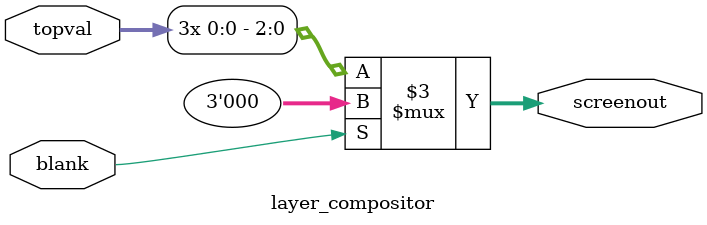
<source format=v>
`timescale 1ns / 1ps
module VGA(vga_red, vga_green, vga_blue, vga_hsync, vga_vsync,clk_50mhz
,BUS,Memwrite
,ttywrite
// ,Addrin
// ,doutb
// ,h_counter
//  ,clk_25mhz
// ,doutb,cur,ttyWFlag,ttywrite,ttydata
);
output vga_red, vga_green, vga_blue, vga_hsync, vga_vsync;
input clk_50mhz;
// input rst;
input [31:0]BUS;
input Memwrite;
wire [31:0] Addrin;

wire [10:0] h_counter;

wire [10:0] v_counter;
wire blank;
wire [2:0]topval;
wire clk_25mhz;
wire clk_24hz;

wire vga_red, vga_green, vga_blue;

wire clk_1hz;

reg we;

reg [11:0] addra;
reg [11:0] addrb;
reg [7:0] datain;
// reg [7:0] douta;
// wire [7:0] doutb;
wire [7:0]doutb;
reg [5:0] curx = 0;
reg [5:0] cury = 0;
output reg ttywrite;
reg [7:0] ttydata;
reg ttyWFlag;

clock_manager clocking(clk_25mhz, clk_6hz, clk_24hz, clk_50mhz, 1'b0,clk_1hz);

vga_controller_640_60 vga_controller(clk_25mhz, vga_hsync, vga_vsync, h_counter, v_counter, blank);

layer_compositor layering({vga_blue, vga_green, vga_red}, blank, (clk_1hz == 0 && ((curx + cury*40) + 1) == addrb)? 3'b111: topval);

VM vm(
	.clka(clk_25mhz),
	.wea(ttywrite),
	.addra(curx + cury*40),
	.dina(ttydata),
	// .douta(douta),
	.addrb(addrb),
	.clkb(clk_50mhz),
	.doutb(doutb)
	);

// VM vm(
// 	.clka(clk_50mhz),
// 	.wea(1),
// 	.addra(4),
// 	.dina(8'h4),
// 	// .douta(douta),
// 	.addrb(addrb),
// 	.clkb(clk_50mhz),
// 	.doutb(doutb)
// 	);
char c(doutb,h_counter[3:0],v_counter[3:0],topval[0],clk_50mhz);

initial begin
	we = 0;
	addra = 0;
	addrb = 0;
	datain = 0;
	ttywrite=0;
	ttydata = 0;
	ttyWFlag = 1'b0;
end

always @(posedge clk_25mhz) begin
	// we = 0;
	ttywrite = 0;
	addrb = v_counter[8:4] * 40 + h_counter[9:4];
	// we = 1;
	if (Memwrite==1'b1 && ttyWFlag == 1'b0) begin

		ttyWFlag = 1;

		if (BUS == 8'h0d) begin
			curx = -1;
			cury = cury + 1;
		end
		else begin
			if (curx == 40) begin
				curx = -1;
				cury = cury + 1;
			end
			
			ttydata = BUS;
			ttywrite = 1;
			curx = curx + 1;
		end
	end
	else if (Memwrite == 1'b0 && ttyWFlag == 1'b1) begin
		ttyWFlag = 0;
	end
	else 
		ttywrite = 0;
end

// always @(posedge clk_25mhz) begin
// 	we = 0;
// 	begin
// 		addrb = {v_counter[8:4],h_counter[8:4]};
// 		// we = 1;
// 		if (Memwrite==1'b1) begin
// 			// we = 1;
// 		end
// 	end
// end


endmodule



module clock_manager(clk_25mhz, clk_6hz, clk_24hz, clk_50mhz, reset,clk_1hz);
	output clk_25mhz;
	output clk_6hz;
	output clk_24hz;
	output reg clk_1hz = 0;
	input clk_50mhz;
	input reset;
	
	wire  clk_6hz, clk_24hz;

	reg clk_25mhz = 0;
	
	 
	always @(posedge clk_50mhz) begin
		clk_25mhz <= ~clk_25mhz;
	end
	clock_divider slow_clk(clk_6hz, clk_24hz, clk_50mhz);
	reg [2:0]counter = 0;
	always @(posedge clk_6hz ) begin
		counter = counter + 1;
		if (counter == 6) begin
			clk_1hz = ~clk_1hz;
			counter = 0;
		end
	end
endmodule

module clock_divider(out, out8x, clk);
	output out, out8x;
	input clk;
	reg out, out8x;
	reg [20:0] counter;

	
	always @(posedge clk) begin
		if(counter == 21'b1_1111_1111_1111_1111_1111) out <= ~out;
		if(counter[17:0] == 18'b11_1111_1111_1111_1111) out8x <= ~out8x;
		counter <= counter + 1;
	end

endmodule
module vga_controller_640_60 (pixel_clk,HS,VS,hcounter,vcounter,blank);

	input pixel_clk;
	output HS, VS, blank;
	output [10:0] hcounter, vcounter;


	parameter HMAX = 800; // maxium value for the horizontal pixel counter
	parameter VMAX = 525; // maxium value for the vertical pixel counter
	parameter HLINES = 640; // total number of visible columns
	parameter HFP = 648; // value for the horizontal counter where front porch ends
	parameter HSP = 744; // value for the horizontal counter where the synch pulse ends
	parameter VLINES = 480; // total number of visible lines
	parameter VFP = 482; // value for the vertical counter where the frone proch ends
	parameter VSP = 484; // value for the vertical counter where the synch pulse ends
	parameter SPP = 0;



	wire video_enable;
	reg HS,VS,blank;
	reg [10:0] hcounter=0,vcounter=0;

	always@(posedge pixel_clk)begin
		blank <= ~video_enable; 
	end

	always@(posedge pixel_clk)begin
		if (hcounter == HMAX) hcounter <= 0;
		else hcounter <= hcounter + 1;
	end

	always@(posedge pixel_clk)begin
		if(hcounter == HMAX) begin
			if(vcounter == VMAX) vcounter <= 0;
			else vcounter <= vcounter + 1; 
		end
	end

	always@(posedge pixel_clk)begin
		if(hcounter >= HFP && hcounter < HSP) HS <= SPP;
		else HS <= ~SPP; 
	end

	always@(posedge pixel_clk)begin
		if(vcounter >= VFP && vcounter < VSP) VS <= SPP;
		else VS <= ~SPP; 
	end

	assign video_enable = (hcounter < HLINES && vcounter < VLINES) ? 1'b1 : 1'b0;
	// assign video_enable = (hcounter < 512 && vcounter < VLINES) ? 1'b1 : 1'b0;


endmodule



module layer_compositor(screenout, blank, topval);
	input [2:0] topval;
	input blank;
	output [2:0] screenout;
	reg [2:0] screenout;
	always@* begin
		if (blank)
			screenout = 3'b000;
		else 
			screenout = {3{topval[0]}};
	end
endmodule
</source>
